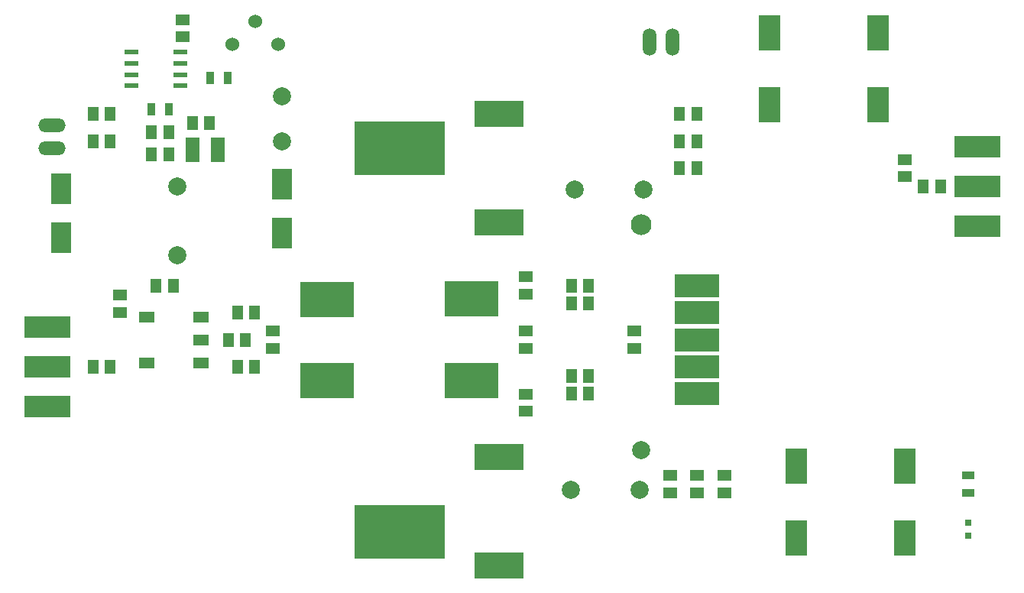
<source format=gts>
%FSLAX34Y34*%
G04 Gerber Fmt 3.4, Leading zero omitted, Abs format*
G04 (created by PCBNEW (2014-03-19 BZR 4756)-product) date Tue 24 Jun 2014 07:27:18 PM AKDT*
%MOIN*%
G01*
G70*
G90*
G04 APERTURE LIST*
%ADD10C,0.005906*%
%ADD11R,0.063000X0.106000*%
%ADD12R,0.051200X0.059000*%
%ADD13R,0.094500X0.157500*%
%ADD14R,0.059000X0.051200*%
%ADD15R,0.090600X0.137800*%
%ADD16R,0.031400X0.031400*%
%ADD17R,0.200787X0.094488*%
%ADD18C,0.078700*%
%ADD19O,0.118700X0.059300*%
%ADD20O,0.059300X0.118700*%
%ADD21R,0.035000X0.055000*%
%ADD22R,0.055000X0.035000*%
%ADD23C,0.060000*%
%ADD24R,0.062992X0.023622*%
%ADD25R,0.236220X0.157480*%
%ADD26R,0.393701X0.236220*%
%ADD27R,0.070079X0.050000*%
%ADD28R,0.216535X0.118110*%
%ADD29R,0.196850X0.098425*%
%ADD30C,0.090600*%
G04 APERTURE END LIST*
G54D10*
G54D11*
X37442Y-35039D03*
X38542Y-35039D03*
G54D12*
X37420Y-33858D03*
X38170Y-33858D03*
X36398Y-35236D03*
X35648Y-35236D03*
X36398Y-34251D03*
X35648Y-34251D03*
X38995Y-43307D03*
X39745Y-43307D03*
X40138Y-42125D03*
X39388Y-42125D03*
X53955Y-41732D03*
X54705Y-41732D03*
X58680Y-35826D03*
X59430Y-35826D03*
X58680Y-33464D03*
X59430Y-33464D03*
X58680Y-34645D03*
X59430Y-34645D03*
G54D13*
X67322Y-29921D03*
X67322Y-33071D03*
G54D14*
X37007Y-30099D03*
X37007Y-29349D03*
G54D12*
X33839Y-33464D03*
X33089Y-33464D03*
X33839Y-34645D03*
X33089Y-34645D03*
X40138Y-44488D03*
X39388Y-44488D03*
X36595Y-40944D03*
X35845Y-40944D03*
G54D14*
X40944Y-43682D03*
X40944Y-42932D03*
G54D12*
X33839Y-44488D03*
X33089Y-44488D03*
G54D14*
X34251Y-42107D03*
X34251Y-41357D03*
X51968Y-41319D03*
X51968Y-40569D03*
X51968Y-43682D03*
X51968Y-42932D03*
X51968Y-46437D03*
X51968Y-45687D03*
G54D12*
X53955Y-40944D03*
X54705Y-40944D03*
X53955Y-44881D03*
X54705Y-44881D03*
X53955Y-45669D03*
X54705Y-45669D03*
G54D14*
X56692Y-43682D03*
X56692Y-42932D03*
X59448Y-49981D03*
X59448Y-49231D03*
X60629Y-49981D03*
X60629Y-49231D03*
X58267Y-49981D03*
X58267Y-49231D03*
G54D13*
X63779Y-51968D03*
X63779Y-48818D03*
G54D14*
X68503Y-36201D03*
X68503Y-35451D03*
G54D12*
X69310Y-36614D03*
X70060Y-36614D03*
G54D15*
X41338Y-36535D03*
X41338Y-38661D03*
X31692Y-38858D03*
X31692Y-36732D03*
G54D16*
X71259Y-51869D03*
X71259Y-51279D03*
G54D17*
X31102Y-44488D03*
X31102Y-42755D03*
X31102Y-46220D03*
X71653Y-36614D03*
X71653Y-34881D03*
X71653Y-38346D03*
G54D18*
X36763Y-36614D03*
X36763Y-39614D03*
X57086Y-36763D03*
X54086Y-36763D03*
X53937Y-49850D03*
X56937Y-49850D03*
G54D19*
X31299Y-33948D03*
X31299Y-34948D03*
G54D20*
X58374Y-30314D03*
X57374Y-30314D03*
G54D21*
X35648Y-33267D03*
X36398Y-33267D03*
X38957Y-31889D03*
X38207Y-31889D03*
G54D22*
X71259Y-49981D03*
X71259Y-49231D03*
G54D23*
X40157Y-29421D03*
X41157Y-30421D03*
X39157Y-30421D03*
G54D18*
X41338Y-32677D03*
X41338Y-34646D03*
G54D24*
X36889Y-30757D03*
X34763Y-30757D03*
X36889Y-31250D03*
X36889Y-31742D03*
X36889Y-32234D03*
X34763Y-31250D03*
X34763Y-31742D03*
X34763Y-32234D03*
G54D25*
X43307Y-41559D03*
X43307Y-45078D03*
X49606Y-45078D03*
X49606Y-41535D03*
G54D26*
X46456Y-34940D03*
X46456Y-51673D03*
G54D27*
X37795Y-43307D03*
X37795Y-42307D03*
X37795Y-44307D03*
X35433Y-42307D03*
X35433Y-44307D03*
G54D28*
X50787Y-48425D03*
X50787Y-53149D03*
X50787Y-38188D03*
X50787Y-33464D03*
G54D29*
X59448Y-43307D03*
X59448Y-44488D03*
X59448Y-45669D03*
X59448Y-42125D03*
X59448Y-40944D03*
G54D13*
X62598Y-29921D03*
X62598Y-33071D03*
X68503Y-51968D03*
X68503Y-48818D03*
G54D18*
X56988Y-48129D03*
G54D30*
X56988Y-38287D03*
M02*

</source>
